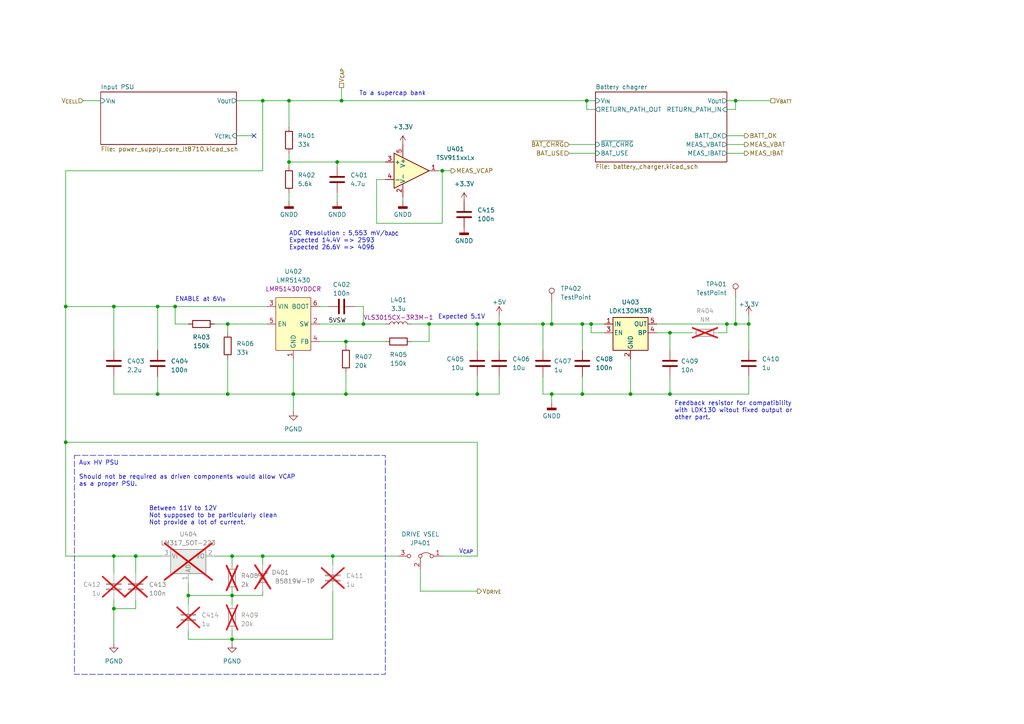
<source format=kicad_sch>
(kicad_sch (version 20240101) (generator "eeschema") (generator_version "8.99")
  (paper "A4")
  (title_block (date "2023-04-05") (rev "0.1") (company "Julien FAUCHER") (comment 1 "Defis solaires 2024"))
  (lib_symbols
    (symbol "Amplifier_Operational:TSV911xxLx" (pin_names (offset 0.127))
      (symbol "TSV911xxLx_0_1"
        (polyline (pts (xy -5.08 5.08) (xy 5.08 0) (xy -5.08 -5.08) (xy -5.08 5.08)) (stroke (width 0.254)) (fill (type background)))
        (pin power_in line (at -2.54 -7.62 90) (length 3.81) (name "V-") (number "2"))
        (pin power_in line (at -2.54 7.62 270) (length 3.81) (name "V+") (number "5"))
      )
      (symbol "TSV911xxLx_1_1"
        (pin output line (at 7.62 0 180) (length 2.54) (name "~") (number "1"))
        (pin input line (at -7.62 2.54 0) (length 2.54) (name "+") (number "3"))
        (pin input line (at -7.62 -2.54 0) (length 2.54) (name "-") (number "4"))
      )
    )
    (symbol "Connector:TestPoint" (pin_numbers hide) (pin_names (offset 0.762) hide)
      (symbol "TestPoint_0_1"
        (circle (center 0 3.302) (radius 0.762))
      )
      (symbol "TestPoint_1_1"
        (pin passive line (at 0 0 90) (length 2.54) (name "1") (number "1"))
      )
    )
    (symbol "Device:C" (pin_numbers hide) (pin_names (offset 0.254))
      (symbol "C_0_1"
        (polyline (pts (xy -2.032 -0.762) (xy 2.032 -0.762)) (stroke (width 0.508)))
        (polyline (pts (xy -2.032 0.762) (xy 2.032 0.762)) (stroke (width 0.508)))
      )
      (symbol "C_1_1"
        (pin passive line (at 0 3.81 270) (length 2.794) (name "~") (number "1"))
        (pin passive line (at 0 -3.81 90) (length 2.794) (name "~") (number "2"))
      )
    )
    (symbol "Device:D_Schottky" (pin_numbers hide) (pin_names (offset 1.016) hide)
      (symbol "D_Schottky_0_1"
        (polyline (pts (xy 1.27 0) (xy -1.27 0)))
        (polyline (pts (xy 1.27 1.27) (xy 1.27 -1.27) (xy -1.27 0) (xy 1.27 1.27)) (stroke (width 0.254)))
        (polyline (pts (xy -1.905 0.635) (xy -1.905 1.27) (xy -1.27 1.27) (xy -1.27 -1.27) (xy -0.635 -1.27) (xy -0.635 -0.635)) (stroke (width 0.254)))
      )
      (symbol "D_Schottky_1_1"
        (pin passive line (at -3.81 0 0) (length 2.54) (name "K") (number "1"))
        (pin passive line (at 3.81 0 180) (length 2.54) (name "A") (number "2"))
      )
    )
    (symbol "Device:L" (pin_numbers hide) (pin_names (offset 1.016) hide)
      (symbol "L_0_1"
        (arc (start 0 -2.54) (mid 0.6323 -1.905) (end 0 -1.27))
        (arc (start 0 -1.27) (mid 0.6323 -0.635) (end 0 0))
        (arc (start 0 0) (mid 0.6323 0.635) (end 0 1.27))
        (arc (start 0 1.27) (mid 0.6323 1.905) (end 0 2.54))
      )
      (symbol "L_1_1"
        (pin passive line (at 0 3.81 270) (length 1.27) (name "1") (number "1"))
        (pin passive line (at 0 -3.81 90) (length 1.27) (name "2") (number "2"))
      )
    )
    (symbol "Device:R" (pin_numbers hide) (pin_names (offset 0))
      (symbol "R_0_1"
        (rectangle (start -1.016 -2.54) (end 1.016 2.54) (stroke (width 0.254)))
      )
      (symbol "R_1_1"
        (pin passive line (at 0 3.81 270) (length 1.27) (name "~") (number "1"))
        (pin passive line (at 0 -3.81 90) (length 1.27) (name "~") (number "2"))
      )
    )
    (symbol "GND_3" (power) (pin_names (offset 0))
      (symbol "GND_3_0_1"
        (polyline (pts (xy 0 0) (xy 0 -1.27) (xy 1.27 -1.27) (xy 0 -2.54) (xy -1.27 -1.27) (xy 0 -1.27)))
      )
      (symbol "GND_3_1_1"
        (pin power_in line (at 0 0 270) (length 0) hide (name "GND") (number "1"))
      )
    )
    (symbol "Jumper:Jumper_3_Bridged12" (pin_names (offset 0) hide)
      (symbol "Jumper_3_Bridged12_0_0"
        (circle (center -3.302 0) (radius 0.508))
        (circle (center 0 0) (radius 0.508))
        (circle (center 3.302 0) (radius 0.508))
      )
      (symbol "Jumper_3_Bridged12_0_1"
        (arc (start -0.254 0.508) (mid -1.651 0.9912) (end -3.048 0.508))
        (polyline (pts (xy 0 -1.27) (xy 0 -0.508)))
      )
      (symbol "Jumper_3_Bridged12_1_1"
        (pin passive line (at -6.35 0 0) (length 2.54) (name "A") (number "1"))
        (pin passive line (at 0 -3.81 90) (length 2.54) (name "C") (number "2"))
        (pin passive line (at 6.35 0 180) (length 2.54) (name "B") (number "3"))
      )
    )
    (symbol "Regulator_Linear:LDK130-33_SOT23_SOT353" (pin_names (offset 0.254))
      (symbol "LDK130-33_SOT23_SOT353_0_1"
        (rectangle (start -5.08 4.445) (end 5.08 -5.08) (stroke (width 0.254)) (fill (type background)))
      )
      (symbol "LDK130-33_SOT23_SOT353_1_1"
        (pin power_in line (at -7.62 2.54 0) (length 2.54) (name "IN") (number "1"))
        (pin power_in line (at 0 -7.62 90) (length 2.54) (name "GND") (number "2"))
        (pin input line (at -7.62 0 0) (length 2.54) (name "EN") (number "3"))
        (pin passive line (at 7.62 0 180) (length 2.54) (name "BP") (number "4"))
        (pin power_out line (at 7.62 2.54 180) (length 2.54) (name "OUT") (number "5"))
      )
    )
    (symbol "Regulator_Linear:LM317_SOT-223" (pin_names (offset 0.254))
      (symbol "LM317_SOT-223_0_1"
        (rectangle (start -5.08 1.905) (end 5.08 -5.08) (stroke (width 0.254)) (fill (type background)))
      )
      (symbol "LM317_SOT-223_1_1"
        (pin input line (at 0 -7.62 90) (length 2.54) (name "ADJ") (number "1"))
        (pin power_out line (at 7.62 0 180) (length 2.54) (name "VO") (number "2"))
        (pin power_in line (at -7.62 0 0) (length 2.54) (name "VI") (number "3"))
      )
    )
    (symbol "power:+3.3V" (power) (pin_names (offset 0))
      (symbol "+3.3V_0_1"
        (polyline (pts (xy -0.762 1.27) (xy 0 2.54)))
        (polyline (pts (xy 0 0) (xy 0 2.54)))
        (polyline (pts (xy 0 2.54) (xy 0.762 1.27)))
      )
      (symbol "+3.3V_1_1"
        (pin power_in line (at 0 0 90) (length 0) hide (name "+3.3V") (number "1"))
      )
    )
    (symbol "power:+5V" (power) (pin_names (offset 0))
      (symbol "+5V_0_1"
        (polyline (pts (xy -0.762 1.27) (xy 0 2.54)))
        (polyline (pts (xy 0 0) (xy 0 2.54)))
        (polyline (pts (xy 0 2.54) (xy 0.762 1.27)))
      )
      (symbol "+5V_1_1"
        (pin power_in line (at 0 0 90) (length 0) hide (name "+5V") (number "1"))
      )
    )
    (symbol "power:GND" (power) (pin_names (offset 0))
      (symbol "GND_0_1"
        (polyline (pts (xy 0 0) (xy 0 -1.27) (xy 1.27 -1.27) (xy 0 -2.54) (xy -1.27 -1.27) (xy 0 -1.27)))
      )
      (symbol "GND_1_1"
        (pin power_in line (at 0 0 270) (length 0) hide (name "GND") (number "1"))
      )
    )
    (symbol "power:GNDD" (power) (pin_names (offset 0))
      (symbol "GNDD_0_1"
        (rectangle (start -1.27 -1.524) (end 1.27 -2.032) (stroke (width 0.254)) (fill (type outline)))
        (polyline (pts (xy 0 0) (xy 0 -1.524)))
      )
      (symbol "GNDD_1_1"
        (pin power_in line (at 0 0 270) (length 0) hide (name "GNDD") (number "1"))
      )
    )
    (symbol "power_supply:LMR51430"
      (symbol "LMR51430_1_1"
        (rectangle (start -5.08 7.62) (end 5.08 -7.62) (fill (type background)))
        (pin power_in line (at 0 -10.16 90) (length 2.54) (name "GND") (number "1"))
        (pin power_out line (at 7.62 0 180) (length 2.54) (name "SW") (number "2"))
        (pin power_in line (at -7.62 5.08 0) (length 2.54) (name "VIN") (number "3"))
        (pin input line (at 7.62 -5.08 180) (length 2.54) (name "FB") (number "4"))
        (pin input line (at -7.62 0 0) (length 2.54) (name "EN") (number "5"))
        (pin passive line (at 7.62 5.08 180) (length 2.54) (name "BOOT") (number "6"))
      )
    )
  )
  (rectangle (start 21.59 132.08) (end 111.76 195.58) (stroke (width 0) (type dash)))
  (text "ENABLE at 6V_{in}" (at 50.8 87.63 0) (effects (font (size 1.27 1.27)) (justify left bottom)))
  (text "To a supercap bank" (at 104.14 26.416 0) (effects (font (size 1.27 1.27)) (justify left top)))
  (text "ADC Resolution : 5,553 mV/b_{ADC}\nExpected 14.4V => 2593\nExpected 26.6V => 4096" (at 83.82 69.85 0) (effects (font (size 1.27 1.27)) (justify left)))
  (text "Expected 5.1V" (at 127 92.71 0) (effects (font (size 1.27 1.27)) (justify left bottom)))
  (text "V_{CAP}" (at 133.096 159.258 0) (effects (font (size 1.27 1.27)) (justify left top)))
  (text "Feedback resistor for compatibility\nwith LDK130 witout fixed output or\nother part." (at 195.58 121.92 0) (effects (font (size 1.27 1.27)) (justify left bottom)))
  (text "Between 11V to 12V\nNot supposed to be particularly clean\nNot provide a lot of current." (at 43.18 152.4 0) (effects (font (size 1.27 1.27)) (justify left bottom)))
  (text "Aux HV PSU\n\nShould not be required as driven components would allow VCAP\nas a proper PSU." (at 22.86 133.604 0) (effects (font (size 1.27 1.27)) (justify left top)))
  (junction (at 85.09 114.3))
  (junction (at 76.2 161.29))
  (junction (at 171.45 93.98))
  (junction (at 67.31 185.42))
  (junction (at 194.31 96.52))
  (junction (at 160.02 93.98))
  (junction (at 144.78 93.98))
  (junction (at 67.31 172.72))
  (junction (at 99.06 29.21))
  (junction (at 182.88 114.3))
  (junction (at 124.46 93.98))
  (junction (at 138.43 93.98))
  (junction (at 213.36 29.21))
  (junction (at 83.82 46.99))
  (junction (at 54.61 172.72))
  (junction (at 45.72 114.3))
  (junction (at 66.04 93.98))
  (junction (at 157.48 93.98))
  (junction (at 217.17 93.98))
  (junction (at 76.2 29.21))
  (junction (at 19.05 128.27))
  (junction (at 213.36 93.98))
  (junction (at 194.31 114.3))
  (junction (at 83.82 29.21))
  (junction (at 138.43 114.3))
  (junction (at 105.41 93.98))
  (junction (at 168.91 114.3))
  (junction (at 100.33 114.3))
  (junction (at 33.02 176.53))
  (junction (at 96.52 161.29))
  (junction (at 97.79 46.99))
  (junction (at 33.02 161.29))
  (junction (at 170.18 29.21))
  (junction (at 128.27 49.53))
  (junction (at 67.31 161.29))
  (junction (at 168.91 93.98))
  (junction (at 66.04 114.3))
  (junction (at 100.33 99.06))
  (junction (at 45.72 88.9))
  (junction (at 33.02 88.9))
  (junction (at 39.37 161.29))
  (junction (at 19.05 88.9))
  (junction (at 50.8 88.9))
  (junction (at 160.02 114.3))
  (junction (at 210.82 93.98))
  (no_connect (at 73.66 39.37))
  (wire (pts (xy 50.8 88.9) (xy 77.47 88.9)))
  (wire (pts (xy 67.31 185.42) (xy 96.52 185.42)))
  (wire (pts (xy 33.02 161.29) (xy 33.02 166.37)))
  (wire (pts (xy 157.48 93.98) (xy 157.48 101.6)))
  (wire (pts (xy 68.58 39.37) (xy 73.66 39.37)))
  (wire (pts (xy 76.2 49.53) (xy 19.05 49.53)))
  (wire (pts (xy 157.48 114.3) (xy 160.02 114.3)))
  (wire (pts (xy 83.82 44.45) (xy 83.82 46.99)))
  (wire (pts (xy 19.05 88.9) (xy 19.05 128.27)))
  (wire (pts (xy 83.82 29.21) (xy 83.82 36.83)))
  (wire (pts (xy 39.37 161.29) (xy 46.99 161.29)))
  (wire (pts (xy 194.31 109.22) (xy 194.31 114.3)))
  (wire (pts (xy 67.31 182.88) (xy 67.31 185.42)))
  (wire (pts (xy 54.61 172.72) (xy 54.61 175.26)))
  (wire (pts (xy 168.91 109.22) (xy 168.91 114.3)))
  (wire (pts (xy 128.27 64.77) (xy 109.22 64.77)))
  (wire (pts (xy 175.26 96.52) (xy 171.45 96.52)))
  (wire (pts (xy 33.02 114.3) (xy 45.72 114.3)))
  (wire (pts (xy 97.79 46.99) (xy 111.76 46.99)))
  (wire (pts (xy 213.36 86.36) (xy 213.36 93.98)))
  (wire (pts (xy 217.17 109.22) (xy 217.17 114.3)))
  (wire (pts (xy 33.02 109.22) (xy 33.02 114.3)))
  (wire (pts (xy 210.82 41.91) (xy 215.9 41.91)))
  (wire (pts (xy 66.04 93.98) (xy 77.47 93.98)))
  (wire (pts (xy 124.46 93.98) (xy 138.43 93.98)))
  (wire (pts (xy 144.78 91.44) (xy 144.78 93.98)))
  (wire (pts (xy 83.82 29.21) (xy 99.06 29.21)))
  (wire (pts (xy 210.82 39.37) (xy 215.9 39.37)))
  (wire (pts (xy 210.82 29.21) (xy 213.36 29.21)))
  (wire (pts (xy 138.43 114.3) (xy 138.43 109.22)))
  (wire (pts (xy 138.43 114.3) (xy 144.78 114.3)))
  (wire (pts (xy 67.31 185.42) (xy 67.31 186.69)))
  (wire (pts (xy 33.02 173.99) (xy 33.02 176.53)))
  (wire (pts (xy 170.18 31.75) (xy 170.18 29.21)))
  (wire (pts (xy 97.79 55.88) (xy 97.79 58.42)))
  (wire (pts (xy 102.87 88.9) (xy 105.41 88.9)))
  (wire (pts (xy 190.5 93.98) (xy 210.82 93.98)))
  (wire (pts (xy 116.84 57.15) (xy 116.84 58.42)))
  (wire (pts (xy 121.92 171.45) (xy 138.43 171.45)))
  (wire (pts (xy 83.82 55.88) (xy 83.82 58.42)))
  (wire (pts (xy 67.31 161.29) (xy 67.31 163.83)))
  (wire (pts (xy 62.23 93.98) (xy 66.04 93.98)))
  (wire (pts (xy 99.06 29.21) (xy 170.18 29.21)))
  (wire (pts (xy 160.02 93.98) (xy 168.91 93.98)))
  (wire (pts (xy 19.05 49.53) (xy 19.05 88.9)))
  (wire (pts (xy 144.78 93.98) (xy 157.48 93.98)))
  (wire (pts (xy 67.31 171.45) (xy 67.31 172.72)))
  (wire (pts (xy 92.71 88.9) (xy 95.25 88.9)))
  (wire (pts (xy 39.37 176.53) (xy 39.37 173.99)))
  (wire (pts (xy 157.48 109.22) (xy 157.48 114.3)))
  (wire (pts (xy 67.31 172.72) (xy 54.61 172.72)))
  (wire (pts (xy 217.17 93.98) (xy 217.17 101.6)))
  (wire (pts (xy 85.09 114.3) (xy 85.09 104.14)))
  (wire (pts (xy 194.31 96.52) (xy 194.31 101.6)))
  (wire (pts (xy 124.46 99.06) (xy 124.46 93.98)))
  (wire (pts (xy 96.52 161.29) (xy 115.57 161.29)))
  (wire (pts (xy 109.22 64.77) (xy 109.22 52.07)))
  (wire (pts (xy 194.31 114.3) (xy 182.88 114.3)))
  (wire (pts (xy 127 49.53) (xy 128.27 49.53)))
  (wire (pts (xy 194.31 96.52) (xy 200.66 96.52)))
  (wire (pts (xy 54.61 172.72) (xy 54.61 168.91)))
  (wire (pts (xy 19.05 128.27) (xy 138.43 128.27)))
  (wire (pts (xy 171.45 96.52) (xy 171.45 93.98)))
  (wire (pts (xy 68.58 29.21) (xy 76.2 29.21)))
  (wire (pts (xy 83.82 46.99) (xy 83.82 48.26)))
  (wire (pts (xy 33.02 176.53) (xy 39.37 176.53)))
  (wire (pts (xy 76.2 161.29) (xy 67.31 161.29)))
  (wire (pts (xy 100.33 99.06) (xy 111.76 99.06)))
  (wire (pts (xy 144.78 93.98) (xy 138.43 93.98)))
  (wire (pts (xy 66.04 104.14) (xy 66.04 114.3)))
  (wire (pts (xy 96.52 185.42) (xy 96.52 171.45)))
  (wire (pts (xy 76.2 29.21) (xy 83.82 29.21)))
  (wire (pts (xy 172.72 31.75) (xy 170.18 31.75)))
  (wire (pts (xy 19.05 88.9) (xy 33.02 88.9)))
  (wire (pts (xy 121.92 165.1) (xy 121.92 171.45)))
  (wire (pts (xy 99.06 29.21) (xy 99.06 25.4)))
  (wire (pts (xy 19.05 161.29) (xy 33.02 161.29)))
  (wire (pts (xy 213.36 29.21) (xy 223.52 29.21)))
  (wire (pts (xy 217.17 91.44) (xy 217.17 93.98)))
  (wire (pts (xy 54.61 182.88) (xy 54.61 185.42)))
  (wire (pts (xy 85.09 114.3) (xy 100.33 114.3)))
  (wire (pts (xy 100.33 114.3) (xy 138.43 114.3)))
  (wire (pts (xy 138.43 128.27) (xy 138.43 161.29)))
  (wire (pts (xy 182.88 114.3) (xy 168.91 114.3)))
  (wire (pts (xy 128.27 49.53) (xy 128.27 64.77)))
  (wire (pts (xy 210.82 93.98) (xy 210.82 96.52)))
  (wire (pts (xy 165.1 41.91) (xy 172.72 41.91)))
  (wire (pts (xy 45.72 88.9) (xy 45.72 101.6)))
  (wire (pts (xy 33.02 88.9) (xy 33.02 101.6)))
  (wire (pts (xy 83.82 46.99) (xy 97.79 46.99)))
  (wire (pts (xy 138.43 161.29) (xy 128.27 161.29)))
  (wire (pts (xy 24.13 29.21) (xy 29.21 29.21)))
  (wire (pts (xy 210.82 93.98) (xy 213.36 93.98)))
  (wire (pts (xy 66.04 96.52) (xy 66.04 93.98)))
  (wire (pts (xy 168.91 93.98) (xy 168.91 101.6)))
  (wire (pts (xy 165.1 44.45) (xy 172.72 44.45)))
  (wire (pts (xy 160.02 87.63) (xy 160.02 93.98)))
  (wire (pts (xy 50.8 93.98) (xy 50.8 88.9)))
  (wire (pts (xy 160.02 114.3) (xy 160.02 116.84)))
  (wire (pts (xy 33.02 161.29) (xy 39.37 161.29)))
  (wire (pts (xy 67.31 172.72) (xy 67.31 175.26)))
  (wire (pts (xy 66.04 114.3) (xy 85.09 114.3)))
  (wire (pts (xy 76.2 172.72) (xy 76.2 171.45)))
  (wire (pts (xy 190.5 96.52) (xy 194.31 96.52)))
  (wire (pts (xy 213.36 93.98) (xy 217.17 93.98)))
  (wire (pts (xy 109.22 52.07) (xy 111.76 52.07)))
  (wire (pts (xy 45.72 114.3) (xy 66.04 114.3)))
  (wire (pts (xy 67.31 172.72) (xy 76.2 172.72)))
  (wire (pts (xy 54.61 185.42) (xy 67.31 185.42)))
  (wire (pts (xy 157.48 93.98) (xy 160.02 93.98)))
  (wire (pts (xy 45.72 88.9) (xy 50.8 88.9)))
  (wire (pts (xy 144.78 101.6) (xy 144.78 93.98)))
  (wire (pts (xy 138.43 101.6) (xy 138.43 93.98)))
  (wire (pts (xy 160.02 114.3) (xy 168.91 114.3)))
  (wire (pts (xy 217.17 114.3) (xy 194.31 114.3)))
  (wire (pts (xy 19.05 128.27) (xy 19.05 161.29)))
  (wire (pts (xy 76.2 161.29) (xy 96.52 161.29)))
  (wire (pts (xy 96.52 163.83) (xy 96.52 161.29)))
  (wire (pts (xy 105.41 88.9) (xy 105.41 93.98)))
  (wire (pts (xy 45.72 109.22) (xy 45.72 114.3)))
  (wire (pts (xy 62.23 161.29) (xy 67.31 161.29)))
  (wire (pts (xy 85.09 119.38) (xy 85.09 114.3)))
  (wire (pts (xy 97.79 46.99) (xy 97.79 48.26)))
  (wire (pts (xy 210.82 44.45) (xy 215.9 44.45)))
  (wire (pts (xy 171.45 93.98) (xy 175.26 93.98)))
  (wire (pts (xy 100.33 99.06) (xy 100.33 100.33)))
  (wire (pts (xy 92.71 93.98) (xy 105.41 93.98)))
  (wire (pts (xy 54.61 93.98) (xy 50.8 93.98)))
  (wire (pts (xy 92.71 99.06) (xy 100.33 99.06)))
  (wire (pts (xy 168.91 93.98) (xy 171.45 93.98)))
  (wire (pts (xy 119.38 99.06) (xy 124.46 99.06)))
  (wire (pts (xy 208.28 96.52) (xy 210.82 96.52)))
  (wire (pts (xy 119.38 93.98) (xy 124.46 93.98)))
  (wire (pts (xy 39.37 161.29) (xy 39.37 166.37)))
  (wire (pts (xy 100.33 114.3) (xy 100.33 107.95)))
  (wire (pts (xy 170.18 29.21) (xy 172.72 29.21)))
  (wire (pts (xy 213.36 31.75) (xy 213.36 29.21)))
  (wire (pts (xy 144.78 114.3) (xy 144.78 109.22)))
  (wire (pts (xy 76.2 161.29) (xy 76.2 163.83)))
  (wire (pts (xy 105.41 93.98) (xy 111.76 93.98)))
  (wire (pts (xy 210.82 31.75) (xy 213.36 31.75)))
  (wire (pts (xy 33.02 88.9) (xy 45.72 88.9)))
  (wire (pts (xy 76.2 29.21) (xy 76.2 49.53)))
  (wire (pts (xy 182.88 104.14) (xy 182.88 114.3)))
  (wire (pts (xy 128.27 49.53) (xy 130.81 49.53)))
  (wire (pts (xy 33.02 176.53) (xy 33.02 186.69)))
  (label "5VSW" (at 95.25 93.98 0))
  (hierarchical_label "~{BAT_CHRG}" (shape input) (at 165.1 41.91 180))
  (hierarchical_label "BAT_USE" (shape input) (at 165.1 44.45 180))
  (hierarchical_label "V_{CELL}" (shape input) (at 24.13 29.21 180))
  (hierarchical_label "MEAS_VCAP" (shape output) (at 130.81 49.53 0))
  (hierarchical_label "V_{DRIVE}" (shape output) (at 138.43 171.45 0))
  (hierarchical_label "V_{CAP}" (shape passive) (at 99.06 25.4 90))
  (hierarchical_label "MEAS_VBAT" (shape output) (at 215.9 41.91 0))
  (hierarchical_label "BATT_OK" (shape output) (at 215.9 39.37 0))
  (hierarchical_label "MEAS_IBAT" (shape output) (at 215.9 44.45 0))
  (hierarchical_label "V_{BATT}" (shape passive) (at 223.52 29.21 0))
  (symbol (lib_id "Device:L") (at 115.57 93.98 90) (unit 1)
    (property "Reference" "L401" (at 115.57 86.995 90))
    (property "Value" "3.3u" (at 115.57 89.535 90))
    (property "Footprint" "power_supply:VLS3015CX" (effects (hide yes)))
    (property "Datasheet" "https://product.tdk.com/system/files/dam/doc/product/inductor/inductor/smd/catalog/inductor_commercial_power_vls3015cx-1_en.pdf" (effects (hide yes)))
    (property "MPN" "VLS3015CX-3R3M-1" (at 115.57 92.075 90))
    (property "Mouser SKU" "810-VLS3015CX3R3M1 " (effects (hide yes)))
  )
  (symbol (lib_id "power:GNDD") (at 83.82 58.42 0) (unit 1)
    (property "Reference" "#PWR0402" (effects (hide yes)))
    (property "Value" "GNDD" (at 83.82 62.23 0))
    (property "Description" "Power symbol creates a global label with name \"GNDD\" , digital ground" (effects (hide yes)))
  )
  (symbol (lib_id "Device:R") (at 100.33 104.14 180) (unit 1)
    (property "Reference" "R407" (at 102.87 103.505 0) (effects (justify right)))
    (property "Value" "20k" (at 102.87 106.045 0) (effects (justify right)))
    (property "Footprint" "Resistor_SMD:R_0805_2012Metric" (effects (hide yes)))
    (instances (project "dsv4" (path "" (reference "R407") (unit 1))) (project "power_supply" (path "" (reference "R?") (unit 1))))
  )
  (symbol (lib_id "Device:R") (at 83.82 52.07 0) (unit 1)
    (property "Reference" "R402" (at 86.36 50.7999 0) (effects (justify left)))
    (property "Value" "5.6k" (at 86.36 53.3399 0) (effects (justify left)))
    (property "Footprint" "Resistor_SMD:R_0805_2012Metric" (effects (hide yes)))
    (property "Description" "Resistor" (effects (hide yes)))
  )
  (symbol (lib_id "power:+3.3V") (at 217.17 91.44 0) (unit 1)
    (property "Reference" "#PWR0406" (effects (hide yes)))
    (property "Value" "+3.3V" (at 217.17 88.265 0))
    (instances (project "dsv4" (path "" (reference "#PWR0406") (unit 1))) (project "power_supply" (path "" (reference "#PWR?") (unit 1))))
  )
  (symbol (lib_id "Device:C") (at 157.48 105.41 0) (unit 1)
    (property "Reference" "C407" (at 160.655 104.775 0) (effects (justify left)))
    (property "Value" "1u" (at 160.655 107.315 0) (effects (justify left)))
    (property "Footprint" "Capacitor_SMD:C_0805_2012Metric" (effects (hide yes)))
    (instances (project "dsv4" (path "" (reference "C407") (unit 1))) (project "power_supply" (path "" (reference "C?") (unit 1))))
  )
  (symbol (lib_id "Regulator_Linear:LDK130-33_SOT23_SOT353") (at 182.88 96.52 0) (unit 1)
    (property "Reference" "U403" (at 182.88 87.63 0))
    (property "Value" "LDK130M33R" (at 182.88 90.17 0))
    (property "Footprint" "Package_TO_SOT_SMD:SOT-23-5" (effects (hide yes)))
    (property "Datasheet" "http://www.st.com/content/ccc/resource/technical/document/datasheet/29/10/f7/87/2f/66/47/f4/DM00076097.pdf/files/DM00076097.pdf/jcr:content/translations/en.DM00076097.pdf" (effects (hide yes)))
    (property "Description" "300mA low dropout linear regulator, low quiescent current very, low noise, shutdown pin, 3.3V fixed positive output, SOT-23-5/SOT-353-5/SC-70-5" (effects (hide yes)))
  )
  (symbol (lib_id "Device:C") (at 33.02 170.18 0) (unit 1) (exclude_from_sim yes) (in_bom no) (dnp yes)
    (property "Reference" "C412" (at 29.21 169.545 0) (effects (justify right)))
    (property "Value" "1u" (at 29.21 172.085 0) (effects (justify right)))
    (property "Footprint" "Capacitor_SMD:C_0805_2012Metric" (effects (hide yes)))
  )
  (symbol (lib_id "Amplifier_Operational:TSV911xxLx") (at 119.38 49.53 0) (unit 1)
    (property "Reference" "U401" (at 132.08 43.2114 0))
    (property "Value" "TSV911xxLx" (at 132.08 45.7514 0))
    (property "Footprint" "Package_TO_SOT_SMD:SOT-23-5" (effects (hide yes)))
    (property "Datasheet" "www.st.com/resource/en/datasheet/tsv911.pdf" (effects (hide yes)))
    (property "Description" "Single rail-to-rail input/output 8 MHz operational amplifiers, SOT-23-5" (effects (hide yes)))
  )
  (symbol (lib_id "Device:R") (at 67.31 167.64 0) (unit 1) (exclude_from_sim yes) (in_bom no) (dnp yes)
    (property "Reference" "R408" (at 69.85 167.005 0) (effects (justify left)))
    (property "Value" "2k" (at 69.85 169.545 0) (effects (justify left)))
    (property "Footprint" "Resistor_SMD:R_0805_2012Metric" (effects (hide yes)))
  )
  (symbol (lib_id "Device:C") (at 144.78 105.41 0) (unit 1)
    (property "Reference" "C406" (at 148.59 104.1399 0) (effects (justify left)))
    (property "Value" "10u" (at 148.59 106.6799 0) (effects (justify left)))
    (property "Footprint" "Capacitor_SMD:C_0805_2012Metric" (effects (hide yes)))
    (property "Description" "Unpolarized capacitor" (effects (hide yes)))
  )
  (symbol (lib_id "Regulator_Linear:LM317_SOT-223") (at 54.61 161.29 0) (unit 1) (exclude_from_sim yes) (in_bom no) (dnp yes)
    (property "Reference" "U404" (at 54.61 154.94 0))
    (property "Value" "LM317_SOT-223" (at 54.61 157.48 0))
    (property "Footprint" "Package_TO_SOT_SMD:SOT-223-3_TabPin2" (effects (hide yes)))
    (property "Datasheet" "http://www.ti.com/lit/ds/symlink/lm317.pdf" (effects (hide yes)))
  )
  (symbol (lib_id "Device:C") (at 97.79 52.07 0) (unit 1)
    (property "Reference" "C401" (at 101.6 50.7999 0) (effects (justify left)))
    (property "Value" "4.7u" (at 101.6 53.3399 0) (effects (justify left)))
    (property "Footprint" "Capacitor_SMD:C_0805_2012Metric" (effects (hide yes)))
    (property "Description" "Unpolarized capacitor" (effects (hide yes)))
  )
  (symbol (lib_id "Device:R") (at 115.57 99.06 90) (unit 1)
    (property "Reference" "R405" (at 115.57 102.87 90))
    (property "Value" "150k" (at 115.57 105.41 90))
    (property "Footprint" "Resistor_SMD:R_0805_2012Metric" (effects (hide yes)))
    (instances (project "dsv4" (path "" (reference "R405") (unit 1))) (project "power_supply" (path "" (reference "R?") (unit 1))))
  )
  (symbol (lib_id "Device:C") (at 138.43 105.41 0) (unit 1)
    (property "Reference" "C405" (at 134.62 104.1399 0) (effects (justify right)))
    (property "Value" "10u" (at 134.62 106.6799 0) (effects (justify right)))
    (property "Footprint" "Capacitor_SMD:C_0805_2012Metric" (effects (hide yes)))
    (property "Description" "Unpolarized capacitor" (effects (hide yes)))
  )
  (symbol (lib_id "power:GND") (at 33.02 186.69 0) (unit 1)
    (property "Reference" "#PWR0409" (effects (hide yes)))
    (property "Value" "PGND" (at 33.02 191.77 0))
  )
  (symbol (lib_id "Device:C") (at 217.17 105.41 0) (unit 1)
    (property "Reference" "C410" (at 220.98 104.1399 0) (effects (justify left)))
    (property "Value" "1u" (at 220.98 106.6799 0) (effects (justify left)))
    (property "Footprint" "Capacitor_SMD:C_0805_2012Metric" (effects (hide yes)))
  )
  (symbol (lib_id "Jumper:Jumper_3_Bridged12") (at 121.92 161.29 0) (mirror y) (unit 1)
    (property "Reference" "JP401" (at 121.92 157.48 0))
    (property "Value" "DRIVE VSEL" (at 121.92 154.94 0))
    (property "Footprint" "Jumper:SolderJumper-3_P2.0mm_Open_TrianglePad1.0x1.5mm" (effects (hide yes)))
    (property "Description" "Jumper, 3-pole, pins 1+2 closed/bridged" (effects (hide yes)))
  )
  (symbol (lib_id "power:GNDD") (at 134.62 66.04 0) (unit 1)
    (property "Reference" "#PWR0411" (effects (hide yes)))
    (property "Value" "GNDD" (at 134.62 69.85 0))
    (property "Description" "Power symbol creates a global label with name \"GNDD\" , digital ground" (effects (hide yes)))
  )
  (symbol (lib_id "Device:D_Schottky") (at 76.2 167.64 270) (unit 1) (dnp yes)
    (property "Reference" "D401" (at 78.74 166.0524 90) (effects (justify left)))
    (property "Value" " B5819W-TP " (at 78.74 168.5924 90) (effects (justify left)))
    (property "Footprint" "Diode_SMD:D_SOD-123" (effects (hide yes)))
    (property "Description" "Schottky diode" (effects (hide yes)))
  )
  (symbol (lib_id "power:GNDD") (at 160.02 116.84 0) (unit 1)
    (property "Reference" "#PWR0407" (effects (hide yes)))
    (property "Value" "GNDD" (at 160.02 120.65 0))
    (property "Description" "Power symbol creates a global label with name \"GNDD\" , digital ground" (effects (hide yes)))
  )
  (symbol (lib_id "Device:C") (at 99.06 88.9 90) (unit 1)
    (property "Reference" "C402" (at 99.06 82.55 90))
    (property "Value" "100n" (at 99.06 85.09 90))
    (property "Footprint" "Capacitor_SMD:C_0805_2012Metric" (effects (hide yes)))
    (property "Mouser SKU" "581-0805YC104M4T2A " (effects (hide yes)))
    (property "MPN" "0805YC104M4T2A " (effects (hide yes)))
    (instances (project "dsv4" (path "" (reference "C402") (unit 1))) (project "power_supply" (path "" (reference "C?") (unit 1))))
  )
  (symbol (lib_id "power_supply:LMR51430") (at 85.09 93.98 0) (unit 1)
    (property "Reference" "U402" (at 85.09 78.74 0))
    (property "Value" "LMR51430" (at 85.09 81.28 0))
    (property "Footprint" "Package_TO_SOT_SMD:SOT-23-6" (effects (hide yes)))
    (property "Datasheet" "https://www.ti.com/lit/ds/symlink/lmr51430.pdf" (effects (hide yes)))
    (property "MPN" "LMR51430YDDCR" (at 85.09 83.82 0))
    (property "Mouser SKU" " 595-LMR51430YDDCR " (effects (hide yes)))
    (instances (project "dsv4" (path "" (reference "U402") (unit 1))) (project "power_supply" (path "" (reference "U?") (unit 1))))
  )
  (symbol (lib_id "Device:R") (at 67.31 179.07 0) (unit 1) (exclude_from_sim yes) (in_bom no) (dnp yes)
    (property "Reference" "R409" (at 69.85 178.435 0) (effects (justify left)))
    (property "Value" "20k" (at 69.85 180.975 0) (effects (justify left)))
    (property "Footprint" "Resistor_SMD:R_0805_2012Metric" (effects (hide yes)))
  )
  (symbol (lib_id "Device:C") (at 39.37 170.18 0) (unit 1) (exclude_from_sim yes) (in_bom no) (dnp yes)
    (property "Reference" "C413" (at 43.18 169.545 0) (effects (justify left)))
    (property "Value" "100n" (at 43.18 172.085 0) (effects (justify left)))
    (property "Footprint" "Capacitor_SMD:C_0805_2012Metric" (effects (hide yes)))
  )
  (symbol (lib_id "Device:C") (at 33.02 105.41 0) (unit 1)
    (property "Reference" "C403" (at 36.83 104.775 0) (effects (justify left)))
    (property "Value" "2.2u" (at 36.83 107.315 0) (effects (justify left)))
    (property "Footprint" "Capacitor_SMD:C_0805_2012Metric" (effects (hide yes)))
    (instances (project "dsv4" (path "" (reference "C403") (unit 1))) (project "power_supply" (path "" (reference "C?") (unit 1))))
  )
  (symbol (lib_id "Device:C") (at 168.91 105.41 0) (unit 1)
    (property "Reference" "C408" (at 172.72 104.1399 0) (effects (justify left)))
    (property "Value" "100n" (at 172.72 106.6799 0) (effects (justify left)))
    (property "Footprint" "Capacitor_SMD:C_0805_2012Metric" (effects (hide yes)))
  )
  (symbol (lib_id "power:GNDD") (at 97.79 58.42 0) (unit 1)
    (property "Reference" "#PWR0403" (effects (hide yes)))
    (property "Value" "GNDD" (at 97.79 62.23 0))
    (property "Description" "Power symbol creates a global label with name \"GNDD\" , digital ground" (effects (hide yes)))
  )
  (symbol (lib_id "power:GNDD") (at 116.84 58.42 0) (unit 1)
    (property "Reference" "#PWR0404" (effects (hide yes)))
    (property "Value" "GNDD" (at 116.84 62.23 0))
    (property "Description" "Power symbol creates a global label with name \"GNDD\" , digital ground" (effects (hide yes)))
  )
  (symbol (lib_name "GND_3") (lib_id "power:GND") (at 85.09 119.38 0) (unit 1)
    (property "Reference" "#PWR0408" (effects (hide yes)))
    (property "Value" "PGND" (at 85.09 124.46 0))
    (instances (project "dsv4" (path "" (reference "#PWR0408") (unit 1))) (project "power_supply" (path "" (reference "#PWR?") (unit 1))))
  )
  (symbol (lib_id "Device:C") (at 45.72 105.41 0) (unit 1)
    (property "Reference" "C404" (at 49.53 104.775 0) (effects (justify left)))
    (property "Value" "100n" (at 49.53 107.315 0) (effects (justify left)))
    (property "Footprint" "Capacitor_SMD:C_0805_2012Metric" (effects (hide yes)))
  )
  (symbol (lib_id "Device:R") (at 66.04 100.33 180) (unit 1)
    (property "Reference" "R406" (at 68.58 99.695 0) (effects (justify right)))
    (property "Value" "33k" (at 68.58 102.235 0) (effects (justify right)))
    (property "Footprint" "Resistor_SMD:R_0805_2012Metric" (effects (hide yes)))
  )
  (symbol (lib_id "power:+3.3V") (at 134.62 58.42 0) (unit 1)
    (property "Reference" "#PWR0412" (effects (hide yes)))
    (property "Value" "+3.3V" (at 134.62 53.34 0))
    (property "Description" "Power symbol creates a global label with name \"+3.3V\"" (effects (hide yes)))
  )
  (symbol (lib_id "Device:C") (at 194.31 105.41 0) (unit 1)
    (property "Reference" "C409" (at 197.485 104.775 0) (effects (justify left)))
    (property "Value" "10n" (at 197.485 107.315 0) (effects (justify left)))
    (property "Footprint" "Capacitor_SMD:C_0805_2012Metric" (effects (hide yes)))
    (instances (project "dsv4" (path "" (reference "C409") (unit 1))) (project "power_supply" (path "" (reference "C?") (unit 1))))
  )
  (symbol (lib_id "power:+3.3V") (at 116.84 41.91 0) (unit 1)
    (property "Reference" "#PWR0401" (effects (hide yes)))
    (property "Value" "+3.3V" (at 116.84 36.83 0))
    (property "Description" "Power symbol creates a global label with name \"+3.3V\"" (effects (hide yes)))
  )
  (symbol (lib_id "Device:C") (at 54.61 179.07 0) (unit 1) (exclude_from_sim yes) (in_bom no) (dnp yes)
    (property "Reference" "C414" (at 58.42 178.435 0) (effects (justify left)))
    (property "Value" "1u" (at 58.42 180.975 0) (effects (justify left)))
    (property "Footprint" "Capacitor_SMD:C_0805_2012Metric" (effects (hide yes)))
  )
  (symbol (lib_id "Device:C") (at 134.62 62.23 0) (unit 1)
    (property "Reference" "C415" (at 138.43 60.9599 0) (effects (justify left)))
    (property "Value" "100n" (at 138.43 63.4999 0) (effects (justify left)))
    (property "Footprint" "Capacitor_SMD:C_0805_2012Metric" (effects (hide yes)))
    (property "Description" "Unpolarized capacitor" (effects (hide yes)))
  )
  (symbol (lib_id "power:GND") (at 67.31 186.69 0) (unit 1)
    (property "Reference" "#PWR0410" (effects (hide yes)))
    (property "Value" "PGND" (at 67.31 191.77 0))
  )
  (symbol (lib_id "Device:C") (at 96.52 167.64 0) (unit 1) (exclude_from_sim yes) (in_bom no) (dnp yes)
    (property "Reference" "C411" (at 100.33 167.005 0) (effects (justify left)))
    (property "Value" "1u" (at 100.33 169.545 0) (effects (justify left)))
    (property "Footprint" "Capacitor_SMD:C_0805_2012Metric" (effects (hide yes)))
  )
  (symbol (lib_id "Device:R") (at 58.42 93.98 270) (unit 1)
    (property "Reference" "R403" (at 58.42 97.79 90))
    (property "Value" "150k" (at 58.42 100.33 90))
    (property "Footprint" "Resistor_SMD:R_0805_2012Metric" (effects (hide yes)))
    (instances (project "dsv4" (path "" (reference "R403") (unit 1))) (project "power_supply" (path "" (reference "R?") (unit 1))))
  )
  (symbol (lib_id "Device:R") (at 83.82 40.64 0) (unit 1)
    (property "Reference" "R401" (at 86.36 39.3699 0) (effects (justify left)))
    (property "Value" "33k" (at 86.36 41.9099 0) (effects (justify left)))
    (property "Footprint" "Resistor_SMD:R_0805_2012Metric" (effects (hide yes)))
    (property "Description" "Resistor" (effects (hide yes)))
  )
  (symbol (lib_id "power:+5V") (at 144.78 91.44 0) (unit 1)
    (property "Reference" "#PWR0405" (effects (hide yes)))
    (property "Value" "+5V" (at 144.78 87.63 0))
  )
  (symbol (lib_id "Connector:TestPoint") (at 213.36 86.36 0) (unit 1)
    (property "Reference" "TP401" (at 210.82 82.423 0) (effects (justify right)))
    (property "Value" "TestPoint" (at 210.82 84.963 0) (effects (justify right)))
    (property "Footprint" "TestPoint:TestPoint_Keystone_5010-5014_Multipurpose" (effects (hide yes)))
    (instances (project "dsv4" (path "" (reference "TP401") (unit 1))) (project "power_supply" (path "" (reference "TP?") (unit 1)) (path "" (reference "TP?") (unit 1))))
  )
  (symbol (lib_id "Device:R") (at 204.47 96.52 270) (unit 1) (dnp yes)
    (property "Reference" "R404" (at 204.47 90.17 90))
    (property "Value" "NM" (at 204.47 92.71 90))
    (property "Footprint" "Resistor_SMD:R_0805_2012Metric" (effects (hide yes)))
    (property "Description" "Resistor" (effects (hide yes)))
  )
  (symbol (lib_id "Connector:TestPoint") (at 160.02 87.63 0) (unit 1)
    (property "Reference" "TP402" (at 162.56 83.693 0) (effects (justify left)))
    (property "Value" "TestPoint" (at 162.56 86.233 0) (effects (justify left)))
    (property "Footprint" "TestPoint:TestPoint_Keystone_5010-5014_Multipurpose" (effects (hide yes)))
    (instances (project "dsv4" (path "" (reference "TP402") (unit 1))) (project "power_supply" (path "" (reference "TP?") (unit 1)) (path "" (reference "TP?") (unit 1))))
  )
  (sheet (at 29.21 26.67) (size 39.37 15.24) (stroke (width 0.1524))
    (property "Sheetname" "Input PSU" (at 29.21 25.9584 0) (effects (justify left bottom)))
    (property "Sheetfile" "power_supply_core_lt8710.kicad_sch" (at 29.21 42.4946 0) (effects (justify left top)))
    (pin "V_{IN}" input (at 29.21 29.21 180))
    (pin "V_{CTRL}" input (at 68.58 39.37 0))
    (pin "V_{OUT}" output (at 68.58 29.21 0))
  )
  (sheet (at 172.72 26.67) (size 38.1 20.32) (stroke (width 0.1524))
    (property "Sheetname" "Battery chagrer" (at 172.72 25.9584 0) (effects (justify left bottom)))
    (property "Sheetfile" "battery_charger.kicad_sch" (at 172.72 47.5746 0) (effects (justify left top)))
    (pin "BAT_USE" input (at 172.72 44.45 180))
    (pin "V_{IN}" input (at 172.72 29.21 180))
    (pin "RETURN_PATH_OUT" output (at 172.72 31.75 180))
    (pin "~{BAT_CHRG}" input (at 172.72 41.91 180))
    (pin "RETURN_PATH_IN" input (at 210.82 31.75 0))
    (pin "V_{OUT}" output (at 210.82 29.21 0))
    (pin "MEAS_VBAT" output (at 210.82 41.91 0))
    (pin "MEAS_IBAT" output (at 210.82 44.45 0))
    (pin "BATT_OK" output (at 210.82 39.37 0))
  )
)
</source>
